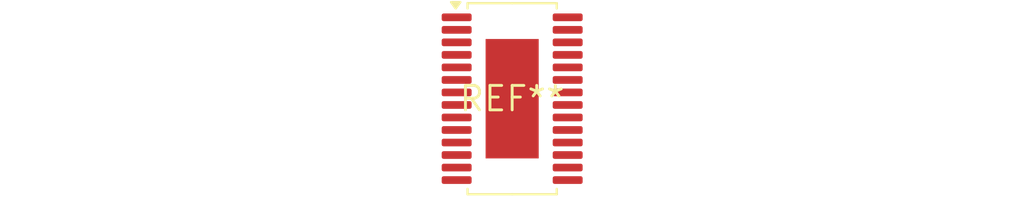
<source format=kicad_pcb>
(kicad_pcb (version 20240108) (generator pcbnew)
  (layers (0 "F.Cu" signal) (31 "B.Cu" signal) (34 "B.Paste" user) (35 "F.Paste" user) (36 "B.SilkS" user "B.Silkscreen") (37 "F.SilkS" user "F.Silkscreen") (38 "B.Mask" user) (39 "F.Mask" user) (44 "Edge.Cuts" user))
  (net 0 "")
  (footprint "HTSSOP-28-1EP_4.4x9.7mm_P0.65mm_EP2.75x6.2mm" (layer "F.Cu") (at 0 0)
    (property "Reference" "REF**")
    (property "Value" "HTSSOP-28-1EP_4.4x9.7mm_P0.65mm_EP2.75x6.2mm")
    (fp_line (start -2.31 -4.96) (end -2.31 -4.685) (layer "F.SilkS") (stroke (width 0.12)))
    (fp_line (start -2.31 4.96) (end -2.31 4.685) (layer "F.SilkS") (stroke (width 0.12)))
    (fp_line (start 0 -4.96) (end -2.31 -4.96) (layer "F.SilkS") (stroke (width 0.12)))
    (fp_line (start 0 -4.96) (end 2.31 -4.96) (layer "F.SilkS") (stroke (width 0.12)))
    (fp_line (start 0 4.96) (end -2.31 4.96) (layer "F.SilkS") (stroke (width 0.12)))
    (fp_line (start 0 4.96) (end 2.31 4.96) (layer "F.SilkS") (stroke (width 0.12)))
    (fp_line (start 2.31 -4.96) (end 2.31 -4.685) (layer "F.SilkS") (stroke (width 0.12)))
    (fp_line (start 2.31 4.96) (end 2.31 4.685) (layer "F.SilkS") (stroke (width 0.12)))
    (fp_poly (pts (xy -2.925 -4.685) (xy -3.165 -5.015) (xy -2.685 -5.015) (xy -2.925 -4.685)) (layer "F.SilkS") (stroke (width 0.12)) (fill solid))
    (pad "1" smd roundrect (at -2.875 -4.225) (size 1.55 0.4) (layers "F.Cu" "F.Paste" "F.Mask"))
    (pad "2" smd roundrect (at -2.875 -3.575) (size 1.55 0.4) (layers "F.Cu" "F.Paste" "F.Mask"))
    (pad "3" smd roundrect (at -2.875 -2.925) (size 1.55 0.4) (layers "F.Cu" "F.Paste" "F.Mask"))
    (pad "4" smd roundrect (at -2.875 -2.275) (size 1.55 0.4) (layers "F.Cu" "F.Paste" "F.Mask"))
    (pad "5" smd roundrect (at -2.875 -1.625) (size 1.55 0.4) (layers "F.Cu" "F.Paste" "F.Mask"))
    (pad "6" smd roundrect (at -2.875 -0.975) (size 1.55 0.4) (layers "F.Cu" "F.Paste" "F.Mask"))
    (pad "7" smd roundrect (at -2.875 -0.325) (size 1.55 0.4) (layers "F.Cu" "F.Paste" "F.Mask"))
    (pad "8" smd roundrect (at -2.875 0.325) (size 1.55 0.4) (layers "F.Cu" "F.Paste" "F.Mask"))
    (pad "9" smd roundrect (at -2.875 0.975) (size 1.55 0.4) (layers "F.Cu" "F.Paste" "F.Mask"))
    (pad "10" smd roundrect (at -2.875 1.625) (size 1.55 0.4) (layers "F.Cu" "F.Paste" "F.Mask"))
    (pad "11" smd roundrect (at -2.875 2.275) (size 1.55 0.4) (layers "F.Cu" "F.Paste" "F.Mask"))
    (pad "12" smd roundrect (at -2.875 2.925) (size 1.55 0.4) (layers "F.Cu" "F.Paste" "F.Mask"))
    (pad "13" smd roundrect (at -2.875 3.575) (size 1.55 0.4) (layers "F.Cu" "F.Paste" "F.Mask"))
    (pad "14" smd roundrect (at -2.875 4.225) (size 1.55 0.4) (layers "F.Cu" "F.Paste" "F.Mask"))
    (pad "15" smd roundrect (at 2.875 4.225) (size 1.55 0.4) (layers "F.Cu" "F.Paste" "F.Mask"))
    (pad "16" smd roundrect (at 2.875 3.575) (size 1.55 0.4) (layers "F.Cu" "F.Paste" "F.Mask"))
    (pad "17" smd roundrect (at 2.875 2.925) (size 1.55 0.4) (layers "F.Cu" "F.Paste" "F.Mask"))
    (pad "18" smd roundrect (at 2.875 2.275) (size 1.55 0.4) (layers "F.Cu" "F.Paste" "F.Mask"))
    (pad "19" smd roundrect (at 2.875 1.625) (size 1.55 0.4) (layers "F.Cu" "F.Paste" "F.Mask"))
    (pad "20" smd roundrect (at 2.875 0.975) (size 1.55 0.4) (layers "F.Cu" "F.Paste" "F.Mask"))
    (pad "21" smd roundrect (at 2.875 0.325) (size 1.55 0.4) (layers "F.Cu" "F.Paste" "F.Mask"))
    (pad "22" smd roundrect (at 2.875 -0.325) (size 1.55 0.4) (layers "F.Cu" "F.Paste" "F.Mask"))
    (pad "23" smd roundrect (at 2.875 -0.975) (size 1.55 0.4) (layers "F.Cu" "F.Paste" "F.Mask"))
    (pad "24" smd roundrect (at 2.875 -1.625) (size 1.55 0.4) (layers "F.Cu" "F.Paste" "F.Mask"))
    (pad "25" smd roundrect (at 2.875 -2.275) (size 1.55 0.4) (layers "F.Cu" "F.Paste" "F.Mask"))
    (pad "26" smd roundrect (at 2.875 -2.925) (size 1.55 0.4) (layers "F.Cu" "F.Paste" "F.Mask"))
    (pad "27" smd roundrect (at 2.875 -3.575) (size 1.55 0.4) (layers "F.Cu" "F.Paste" "F.Mask"))
    (pad "28" smd roundrect (at 2.875 -4.225) (size 1.55 0.4) (layers "F.Cu" "F.Paste" "F.Mask"))
    (pad "29" smd rect (at 0 0) (size 2.75 6.2) (property pad_prop_heatsink) (layers "F.Cu" "F.Mask"))
  )
)
</source>
